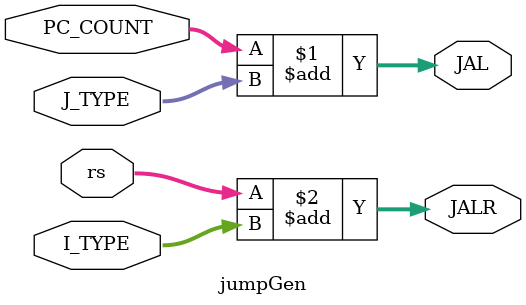
<source format=v>
`timescale 1ns / 1ps


module jumpGen(
    input [31:0] J_TYPE,
    input [31:0] I_TYPE,
    input [31:0] rs,
    input [31:0] PC_COUNT,
    output [31:0] JAL,
    output [31:0] JALR
    );
    
    assign JAL = (PC_COUNT) + J_TYPE;
    assign JALR = rs + I_TYPE;

endmodule

</source>
